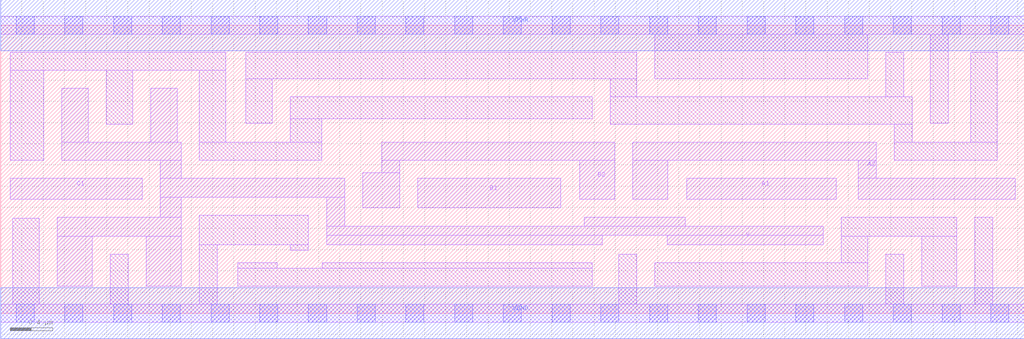
<source format=lef>
# Copyright 2020 The SkyWater PDK Authors
#
# Licensed under the Apache License, Version 2.0 (the "License");
# you may not use this file except in compliance with the License.
# You may obtain a copy of the License at
#
#     https://www.apache.org/licenses/LICENSE-2.0
#
# Unless required by applicable law or agreed to in writing, software
# distributed under the License is distributed on an "AS IS" BASIS,
# WITHOUT WARRANTIES OR CONDITIONS OF ANY KIND, either express or implied.
# See the License for the specific language governing permissions and
# limitations under the License.
#
# SPDX-License-Identifier: Apache-2.0

VERSION 5.7 ;
  NAMESCASESENSITIVE ON ;
  NOWIREEXTENSIONATPIN ON ;
  DIVIDERCHAR "/" ;
  BUSBITCHARS "[]" ;
UNITS
  DATABASE MICRONS 200 ;
END UNITS
MACRO sky130_fd_sc_hd__a221oi_4
  CLASS CORE ;
  FOREIGN sky130_fd_sc_hd__a221oi_4 ;
  ORIGIN  0.000000  0.000000 ;
  SIZE  9.660000 BY  2.720000 ;
  SYMMETRY X Y R90 ;
  SITE unithd ;
  PIN A1
    ANTENNAGATEAREA  0.990000 ;
    DIRECTION INPUT ;
    USE SIGNAL ;
    PORT
      LAYER li1 ;
        RECT 6.475000 1.075000 7.885000 1.275000 ;
    END
  END A1
  PIN A2
    ANTENNAGATEAREA  0.990000 ;
    DIRECTION INPUT ;
    USE SIGNAL ;
    PORT
      LAYER li1 ;
        RECT 5.965000 1.075000 6.295000 1.445000 ;
        RECT 5.965000 1.445000 8.265000 1.615000 ;
        RECT 8.095000 1.075000 9.575000 1.275000 ;
        RECT 8.095000 1.275000 8.265000 1.445000 ;
    END
  END A2
  PIN B1
    ANTENNAGATEAREA  0.990000 ;
    DIRECTION INPUT ;
    USE SIGNAL ;
    PORT
      LAYER li1 ;
        RECT 3.935000 0.995000 5.285000 1.275000 ;
    END
  END B1
  PIN B2
    ANTENNAGATEAREA  0.990000 ;
    DIRECTION INPUT ;
    USE SIGNAL ;
    PORT
      LAYER li1 ;
        RECT 3.415000 0.995000 3.765000 1.325000 ;
        RECT 3.595000 1.325000 3.765000 1.445000 ;
        RECT 3.595000 1.445000 5.795000 1.615000 ;
        RECT 5.465000 1.075000 5.795000 1.445000 ;
    END
  END B2
  PIN C1
    ANTENNAGATEAREA  0.990000 ;
    DIRECTION INPUT ;
    USE SIGNAL ;
    PORT
      LAYER li1 ;
        RECT 0.090000 1.075000 1.335000 1.275000 ;
    END
  END C1
  PIN Y
    ANTENNADIFFAREA  1.593000 ;
    DIRECTION OUTPUT ;
    USE SIGNAL ;
    PORT
      LAYER li1 ;
        RECT 0.535000 0.255000 0.865000 0.725000 ;
        RECT 0.535000 0.725000 1.705000 0.905000 ;
        RECT 0.575000 1.445000 1.705000 1.615000 ;
        RECT 0.575000 1.615000 0.825000 2.125000 ;
        RECT 1.375000 0.255000 1.705000 0.725000 ;
        RECT 1.415000 1.615000 1.665000 2.125000 ;
        RECT 1.505000 0.905000 1.705000 1.095000 ;
        RECT 1.505000 1.095000 3.245000 1.275000 ;
        RECT 1.505000 1.275000 1.705000 1.445000 ;
        RECT 3.075000 0.645000 5.680000 0.735000 ;
        RECT 3.075000 0.735000 7.765000 0.820000 ;
        RECT 3.075000 0.820000 3.245000 1.095000 ;
        RECT 5.510000 0.820000 6.460000 0.905000 ;
        RECT 6.290000 0.645000 7.765000 0.735000 ;
    END
  END Y
  PIN VGND
    DIRECTION INOUT ;
    SHAPE ABUTMENT ;
    USE GROUND ;
    PORT
      LAYER met1 ;
        RECT 0.000000 -0.240000 9.660000 0.240000 ;
    END
  END VGND
  PIN VPWR
    DIRECTION INOUT ;
    SHAPE ABUTMENT ;
    USE POWER ;
    PORT
      LAYER met1 ;
        RECT 0.000000 2.480000 9.660000 2.960000 ;
    END
  END VPWR
  OBS
    LAYER li1 ;
      RECT 0.000000 -0.085000 9.660000 0.085000 ;
      RECT 0.000000  2.635000 9.660000 2.805000 ;
      RECT 0.090000  1.445000 0.405000 2.295000 ;
      RECT 0.090000  2.295000 2.125000 2.465000 ;
      RECT 0.115000  0.085000 0.365000 0.895000 ;
      RECT 0.995000  1.785000 1.245000 2.295000 ;
      RECT 1.035000  0.085000 1.205000 0.555000 ;
      RECT 1.875000  0.085000 2.045000 0.645000 ;
      RECT 1.875000  0.645000 2.905000 0.925000 ;
      RECT 1.875000  1.445000 3.030000 1.615000 ;
      RECT 1.875000  1.615000 2.125000 2.295000 ;
      RECT 2.235000  0.255000 5.585000 0.425000 ;
      RECT 2.235000  0.425000 2.610000 0.475000 ;
      RECT 2.315000  1.795000 2.565000 2.215000 ;
      RECT 2.315000  2.215000 6.005000 2.465000 ;
      RECT 2.735000  0.595000 2.905000 0.645000 ;
      RECT 2.735000  1.615000 3.030000 1.835000 ;
      RECT 2.735000  1.835000 5.585000 2.045000 ;
      RECT 3.035000  0.425000 5.585000 0.475000 ;
      RECT 5.755000  1.785000 8.605000 2.045000 ;
      RECT 5.755000  2.045000 6.005000 2.215000 ;
      RECT 5.835000  0.085000 6.005000 0.555000 ;
      RECT 6.175000  0.255000 8.185000 0.475000 ;
      RECT 6.175000  2.215000 8.185000 2.635000 ;
      RECT 7.935000  0.475000 8.185000 0.725000 ;
      RECT 7.935000  0.725000 9.025000 0.905000 ;
      RECT 8.355000  0.085000 8.525000 0.555000 ;
      RECT 8.355000  2.045000 8.525000 2.465000 ;
      RECT 8.435000  1.445000 9.405000 1.615000 ;
      RECT 8.435000  1.615000 8.605000 1.785000 ;
      RECT 8.695000  0.255000 9.025000 0.725000 ;
      RECT 8.775000  1.795000 8.945000 2.635000 ;
      RECT 9.155000  1.615000 9.405000 2.465000 ;
      RECT 9.195000  0.085000 9.365000 0.905000 ;
    LAYER mcon ;
      RECT 0.145000 -0.085000 0.315000 0.085000 ;
      RECT 0.145000  2.635000 0.315000 2.805000 ;
      RECT 0.605000 -0.085000 0.775000 0.085000 ;
      RECT 0.605000  2.635000 0.775000 2.805000 ;
      RECT 1.065000 -0.085000 1.235000 0.085000 ;
      RECT 1.065000  2.635000 1.235000 2.805000 ;
      RECT 1.525000 -0.085000 1.695000 0.085000 ;
      RECT 1.525000  2.635000 1.695000 2.805000 ;
      RECT 1.985000 -0.085000 2.155000 0.085000 ;
      RECT 1.985000  2.635000 2.155000 2.805000 ;
      RECT 2.445000 -0.085000 2.615000 0.085000 ;
      RECT 2.445000  2.635000 2.615000 2.805000 ;
      RECT 2.905000 -0.085000 3.075000 0.085000 ;
      RECT 2.905000  2.635000 3.075000 2.805000 ;
      RECT 3.365000 -0.085000 3.535000 0.085000 ;
      RECT 3.365000  2.635000 3.535000 2.805000 ;
      RECT 3.825000 -0.085000 3.995000 0.085000 ;
      RECT 3.825000  2.635000 3.995000 2.805000 ;
      RECT 4.285000 -0.085000 4.455000 0.085000 ;
      RECT 4.285000  2.635000 4.455000 2.805000 ;
      RECT 4.745000 -0.085000 4.915000 0.085000 ;
      RECT 4.745000  2.635000 4.915000 2.805000 ;
      RECT 5.205000 -0.085000 5.375000 0.085000 ;
      RECT 5.205000  2.635000 5.375000 2.805000 ;
      RECT 5.665000 -0.085000 5.835000 0.085000 ;
      RECT 5.665000  2.635000 5.835000 2.805000 ;
      RECT 6.125000 -0.085000 6.295000 0.085000 ;
      RECT 6.125000  2.635000 6.295000 2.805000 ;
      RECT 6.585000 -0.085000 6.755000 0.085000 ;
      RECT 6.585000  2.635000 6.755000 2.805000 ;
      RECT 7.045000 -0.085000 7.215000 0.085000 ;
      RECT 7.045000  2.635000 7.215000 2.805000 ;
      RECT 7.505000 -0.085000 7.675000 0.085000 ;
      RECT 7.505000  2.635000 7.675000 2.805000 ;
      RECT 7.965000 -0.085000 8.135000 0.085000 ;
      RECT 7.965000  2.635000 8.135000 2.805000 ;
      RECT 8.425000 -0.085000 8.595000 0.085000 ;
      RECT 8.425000  2.635000 8.595000 2.805000 ;
      RECT 8.885000 -0.085000 9.055000 0.085000 ;
      RECT 8.885000  2.635000 9.055000 2.805000 ;
      RECT 9.345000 -0.085000 9.515000 0.085000 ;
      RECT 9.345000  2.635000 9.515000 2.805000 ;
  END
END sky130_fd_sc_hd__a221oi_4
END LIBRARY

</source>
